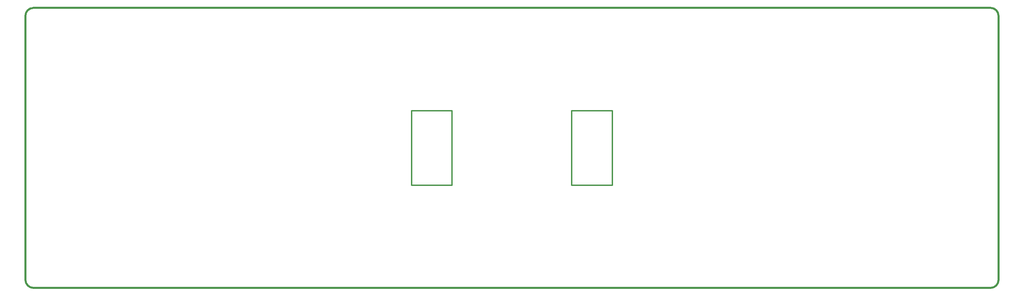
<source format=gko>
G04*
G04 #@! TF.GenerationSoftware,Altium Limited,Altium Designer,22.6.1 (34)*
G04*
G04 Layer_Color=16777215*
%FSLAX43Y43*%
%MOMM*%
G71*
G04*
G04 #@! TF.SameCoordinates,AFDAA29C-E837-460D-B76C-917A312899C1*
G04*
G04*
G04 #@! TF.FilePolarity,Positive*
G04*
G01*
G75*
%ADD10C,0.500*%
%ADD44C,0.300*%
D10*
X325993Y89993D02*
G03*
X327993Y91993I0J2000D01*
G01*
X328000Y158012D02*
G03*
X326000Y160012I-2000J0D01*
G01*
X85015Y92000D02*
G03*
X87015Y90000I2000J0D01*
G01*
X87000Y160000D02*
G03*
X85000Y158000I0J-2000D01*
G01*
X85000D02*
X85000Y92015D01*
X87000Y160000D02*
X326000Y160000D01*
X328000Y158012D02*
X328000Y91993D01*
X87000Y90000D02*
X326000Y90000D01*
X328000Y158012D02*
G03*
X326000Y160012I-2000J0D01*
G01*
X326000Y90000D02*
G03*
X328000Y92000I0J2000D01*
G01*
X85002Y92056D02*
G03*
X87072Y89987I2069J0D01*
G01*
X87000Y160000D02*
G03*
X85000Y158000I0J-2000D01*
G01*
X87000Y160000D02*
X326000D01*
X328000Y158012D02*
X328000Y92000D01*
X326000Y89987D02*
Y90000D01*
X87072Y89987D02*
X326000D01*
X85002Y92056D02*
X85002Y158000D01*
D44*
X221446Y115696D02*
Y134304D01*
Y115696D02*
X231554D01*
Y134304D01*
X221446D02*
X231554D01*
X181446D02*
X191554D01*
Y115696D02*
Y134304D01*
X181446Y115696D02*
X191554D01*
X181446D02*
Y134304D01*
M02*

</source>
